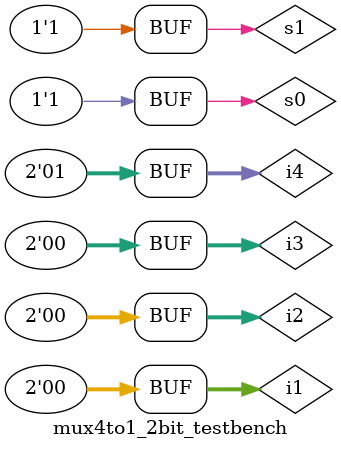
<source format=v>
module mux4to1_2bit_testbench();
	wire[1:0]result;
	reg[1:0]i1;
	reg[1:0]i2;
	reg[1:0]i3;
	reg[1:0]i4;
	reg s0;
	reg s1;
	mux4to1_2bit mux(result,i1,i2,i3,i4,s0,s1);
	initial begin
		i1 = 2'b0;i2 = 2'b0; i3 = 2'b0; i4 = 2'b0; s0 = 2'b0; s1 = 2'b0;
		#20;
		i1 = 2'b1;i2 = 2'b0; i3 = 2'b0; i4 = 2'b0; s0 = 2'b0; s1 = 2'b0;
		#20;
		i1 = 2'b0;i2 = 2'b0; i3 = 2'b0; i4 = 2'b0; s0 = 2'b1; s1 = 2'b0;
		#20;
		i1 = 2'b0;i2 = 2'b1; i3 = 2'b0; i4 = 2'b0; s0 = 2'b1; s1 = 2'b0;
		#20;
		i1 = 2'b0;i2 = 2'b0; i3 = 2'b0; i4 = 2'b0; s0 = 2'b0; s1 = 2'b1;
		#20;
		i1 = 2'b0;i2 = 2'b0; i3 = 2'b1; i4 = 2'b0; s0 = 2'b0; s1 = 2'b1;
		#20;
		i1 = 2'b0;i2 = 2'b0; i3 = 2'b0; i4 = 2'b0; s0 = 2'b1; s1 = 2'b1;
		#20;
		i1 = 2'b0;i2 = 2'b0; i3 = 2'b0; i4 = 2'b1; s0 = 2'b1; s1 = 2'b1;
		#20;
	end
	initial begin
		$monitor("time = %2d, i1 = %2b, i2 = %2b, i3 = %2b, i4 = %2b, s1 = %1b, s0 = %1b, result = %2b", $time,i1,i2,i3,i4,s1,s0,result);
	end
endmodule	

</source>
